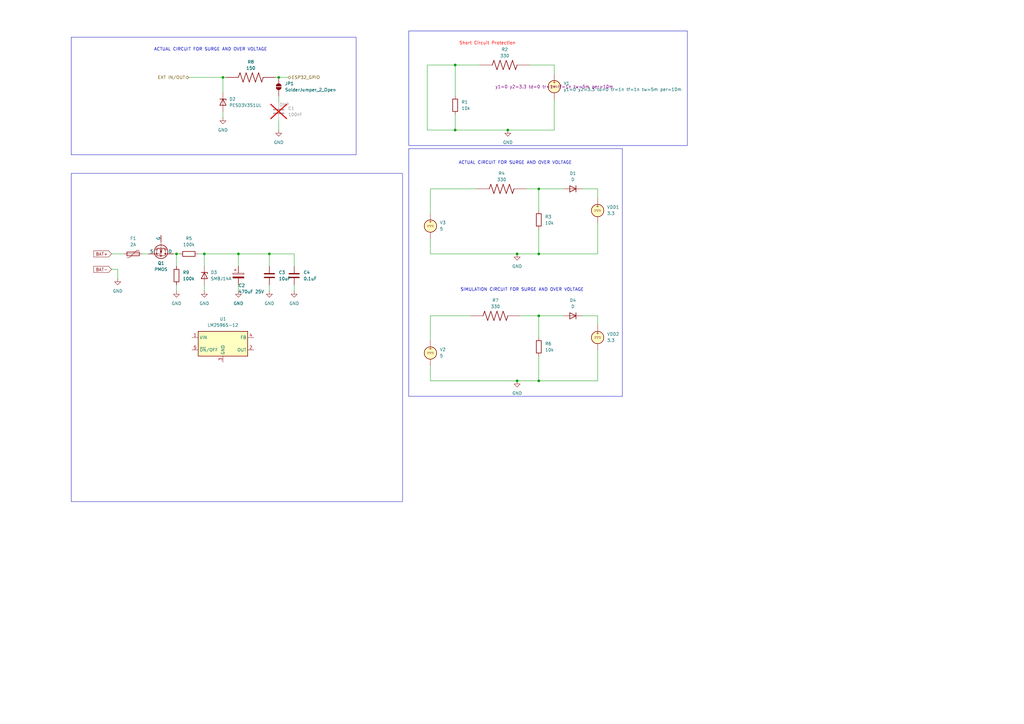
<source format=kicad_sch>
(kicad_sch (version 20250114) (generator "eeschema") (generator_version "9.0")
  (paper "A3")
  (lib_symbols
    (symbol "Device:C" (pin_numbers (hide yes)) (pin_names (offset 0.254))
      (property "Reference" "C" (at 0.635 2.54 0))
      (property "Value" "C" (at 0.635 -2.54 0))
      (symbol "C_0_1"
        (polyline (pts (xy -2.032 0.762) (xy 2.032 0.762)) (stroke (width 0.508)))
        (polyline (pts (xy -2.032 -0.762) (xy 2.032 -0.762)) (stroke (width 0.508)))
      )
      (symbol "C_1_1"
        (pin passive line (at 0 3.81 270) (length 2.794) (name "~") (number "1"))
        (pin passive line (at 0 -3.81 90) (length 2.794) (name "~") (number "2"))
      )
    )
    (symbol "Device:C_Polarized" (pin_numbers (hide yes)) (pin_names (offset 0.254))
      (property "Reference" "C" (at 0.635 2.54 0))
      (property "Value" "C_Polarized" (at 0.635 -2.54 0))
      (symbol "C_Polarized_0_1"
        (rectangle (start -2.286 0.508) (end 2.286 1.016))
        (polyline (pts (xy -1.778 2.286) (xy -0.762 2.286)))
        (polyline (pts (xy -1.27 2.794) (xy -1.27 1.778)))
        (rectangle (start 2.286 -0.508) (end -2.286 -1.016) (fill (type outline)))
      )
      (symbol "C_Polarized_1_1"
        (pin passive line (at 0 3.81 270) (length 2.794) (name "~") (number "1"))
        (pin passive line (at 0 -3.81 90) (length 2.794) (name "~") (number "2"))
      )
    )
    (symbol "Device:D" (pin_numbers (hide yes)) (pin_names (offset 1.016) (hide yes))
      (property "Reference" "D" (at 0 2.54 0))
      (property "Value" "D" (at 0 -2.54 0))
      (symbol "D_0_1"
        (polyline (pts (xy -1.27 1.27) (xy -1.27 -1.27)) (stroke (width 0.254)))
        (polyline (pts (xy 1.27 1.27) (xy 1.27 -1.27) (xy -1.27 0) (xy 1.27 1.27)) (stroke (width 0.254)))
        (polyline (pts (xy 1.27 0) (xy -1.27 0)))
      )
      (symbol "D_1_1"
        (pin passive line (at -3.81 0 0) (length 2.54) (name "K") (number "1"))
        (pin passive line (at 3.81 0 180) (length 2.54) (name "A") (number "2"))
      )
    )
    (symbol "Device:D_Zener" (pin_numbers (hide yes)) (pin_names (offset 1.016) (hide yes))
      (property "Reference" "D" (at 0 2.54 0))
      (property "Value" "D_Zener" (at 0 -2.54 0))
      (symbol "D_Zener_0_1"
        (polyline (pts (xy -1.27 -1.27) (xy -1.27 1.27) (xy -0.762 1.27)) (stroke (width 0.254)))
        (polyline (pts (xy 1.27 0) (xy -1.27 0)))
        (polyline (pts (xy 1.27 -1.27) (xy 1.27 1.27) (xy -1.27 0) (xy 1.27 -1.27)) (stroke (width 0.254)))
      )
      (symbol "D_Zener_1_1"
        (pin passive line (at -3.81 0 0) (length 2.54) (name "K") (number "1"))
        (pin passive line (at 3.81 0 180) (length 2.54) (name "A") (number "2"))
      )
    )
    (symbol "Device:Polyfuse" (pin_numbers (hide yes)) (pin_names (offset 0))
      (property "Reference" "F" (at -2.54 0 90))
      (property "Value" "Polyfuse" (at 2.54 0 90))
      (symbol "Polyfuse_0_1"
        (polyline (pts (xy -1.524 2.54) (xy -1.524 1.524) (xy 1.524 -1.524) (xy 1.524 -2.54)))
        (rectangle (start -0.762 2.54) (end 0.762 -2.54) (stroke (width 0.254)))
        (polyline (pts (xy 0 2.54) (xy 0 -2.54)))
      )
      (symbol "Polyfuse_1_1"
        (pin passive line (at 0 3.81 270) (length 1.27) (name "~") (number "1"))
        (pin passive line (at 0 -3.81 90) (length 1.27) (name "~") (number "2"))
      )
    )
    (symbol "Device:R" (pin_numbers (hide yes)) (pin_names (offset 0))
      (property "Reference" "R" (at 2.032 0 90))
      (property "Value" "R" (at 0 0 90))
      (symbol "R_0_1"
        (rectangle (start -1.016 -2.54) (end 1.016 2.54) (stroke (width 0.254)))
      )
      (symbol "R_1_1"
        (pin passive line (at 0 3.81 270) (length 1.27) (name "~") (number "1"))
        (pin passive line (at 0 -3.81 90) (length 1.27) (name "~") (number "2"))
      )
    )
    (symbol "Diode:PESD3V3S1UL" (pin_numbers (hide yes)) (pin_names (hide yes))
      (property "Reference" "D" (at 0 2.54 0))
      (property "Value" "PESD3V3S1UL" (at 0 -2.54 0))
      (symbol "PESD3V3S1UL_0_1"
        (polyline (pts (xy -1.27 -1.27) (xy -1.27 1.27) (xy -0.762 1.27)) (stroke (width 0.254)))
        (polyline (pts (xy 1.27 0) (xy -1.27 0)))
        (polyline (pts (xy 1.27 -1.27) (xy 1.27 1.27) (xy -1.27 0) (xy 1.27 -1.27)) (stroke (width 0.254)))
      )
      (symbol "PESD3V3S1UL_1_1"
        (pin passive line (at -3.81 0 0) (length 2.54) (name "K") (number "1"))
        (pin passive line (at 3.81 0 180) (length 2.54) (name "A") (number "2"))
      )
    )
    (symbol "Jumper:SolderJumper_2_Open" (pin_numbers (hide yes)) (pin_names (offset 0) (hide yes)) (in_bom no)
      (property "Reference" "JP" (at 0 2.032 0))
      (property "Value" "SolderJumper_2_Open" (at 0 -2.54 0))
      (symbol "SolderJumper_2_Open_0_1"
        (polyline (pts (xy -0.254 1.016) (xy -0.254 -1.016)))
        (arc (start -0.254 -1.016) (mid -1.2656 0) (end -0.254 1.016))
        (arc (start -0.254 -1.016) (mid -1.2656 0) (end -0.254 1.016) (fill (type outline)))
        (arc (start 0.254 1.016) (mid 1.2656 0) (end 0.254 -1.016))
        (arc (start 0.254 1.016) (mid 1.2656 0) (end 0.254 -1.016) (fill (type outline)))
        (polyline (pts (xy 0.254 1.016) (xy 0.254 -1.016)))
      )
      (symbol "SolderJumper_2_Open_1_1"
        (pin passive line (at -3.81 0 0) (length 2.54) (name "A") (number "1"))
        (pin passive line (at 3.81 0 180) (length 2.54) (name "B") (number "2"))
      )
    )
    (symbol "RC0805FR-07330RL:RC0805FR-07330RL" (pin_numbers (hide yes)) (pin_names (offset 1.016) (hide yes))
      (property "Reference" "R" (at -7.62 2.54 0))
      (property "Value" "RC0805FR-07330RL" (at -7.62 -5.08 0))
      (symbol "RC0805FR-07330RL_0_0"
        (polyline (pts (xy -5.08 0) (xy -4.445 1.905)) (stroke (width 0.254)))
        (polyline (pts (xy -4.445 1.905) (xy -3.175 -1.905)) (stroke (width 0.254)))
        (polyline (pts (xy -3.175 -1.905) (xy -1.905 1.905)) (stroke (width 0.254)))
        (polyline (pts (xy -1.905 1.905) (xy -0.635 -1.905)) (stroke (width 0.254)))
        (polyline (pts (xy -0.635 -1.905) (xy 0.635 1.905)) (stroke (width 0.254)))
        (polyline (pts (xy 0.635 1.905) (xy 1.905 -1.905)) (stroke (width 0.254)))
        (polyline (pts (xy 1.905 -1.905) (xy 3.175 1.905)) (stroke (width 0.254)))
        (polyline (pts (xy 3.175 1.905) (xy 4.445 -1.905)) (stroke (width 0.254)))
        (polyline (pts (xy 4.445 -1.905) (xy 5.08 0)) (stroke (width 0.254)))
        (pin passive line (at -10.16 0 0) (length 5.08) (name "~") (number "1"))
        (pin passive line (at 10.16 0 180) (length 5.08) (name "~") (number "2"))
      )
    )
    (symbol "Regulator_Switching:LM2596S-12"
      (property "Reference" "U" (at -10.16 6.35 0))
      (property "Value" "LM2596S-12" (at 0 6.35 0))
      (symbol "LM2596S-12_0_1"
        (rectangle (start -10.16 5.08) (end 10.16 -5.08) (stroke (width 0.254)) (fill (type background)))
      )
      (symbol "LM2596S-12_1_1"
        (pin power_in line (at -12.7 2.54 0) (length 2.54) (name "VIN") (number "1"))
        (pin input line (at -12.7 -2.54 0) (length 2.54) (name "~{ON}/OFF") (number "5"))
        (pin power_in line (at 0 -7.62 90) (length 2.54) (name "GND") (number "3"))
        (pin input line (at 12.7 2.54 180) (length 2.54) (name "FB") (number "4"))
        (pin output line (at 12.7 -2.54 180) (length 2.54) (name "OUT") (number "2"))
      )
    )
    (symbol "Simulation_SPICE:PMOS" (pin_numbers (hide yes)) (pin_names (offset 0))
      (property "Reference" "Q" (at 5.08 1.27 0))
      (property "Value" "PMOS" (at 5.08 -1.27 0))
      (symbol "PMOS_0_1"
        (polyline (pts (xy 0.254 1.905) (xy 0.254 -1.905)) (stroke (width 0.254)))
        (polyline (pts (xy 0.254 0) (xy -2.54 0)))
        (polyline (pts (xy 0.762 2.286) (xy 0.762 1.27)) (stroke (width 0.254)))
        (polyline (pts (xy 0.762 1.778) (xy 3.302 1.778) (xy 3.302 -1.778) (xy 0.762 -1.778)))
        (polyline (pts (xy 0.762 0.508) (xy 0.762 -0.508)) (stroke (width 0.254)))
        (polyline (pts (xy 0.762 -1.27) (xy 0.762 -2.286)) (stroke (width 0.254)))
        (circle (center 1.651 0) (radius 2.794) (stroke (width 0.254)))
        (polyline (pts (xy 2.286 0) (xy 1.27 0.381) (xy 1.27 -0.381) (xy 2.286 0)) (fill (type outline)))
        (polyline (pts (xy 2.54 2.54) (xy 2.54 1.778)))
        (circle (center 2.54 1.778) (radius 0.254) (fill (type outline)))
        (circle (center 2.54 -1.778) (radius 0.254) (fill (type outline)))
        (polyline (pts (xy 2.54 -2.54) (xy 2.54 0) (xy 0.762 0)))
        (polyline (pts (xy 2.794 -0.508) (xy 2.921 -0.381) (xy 3.683 -0.381) (xy 3.81 -0.254)))
        (polyline (pts (xy 3.302 -0.381) (xy 2.921 0.254) (xy 3.683 0.254) (xy 3.302 -0.381)))
      )
      (symbol "PMOS_1_1"
        (pin input line (at -5.08 0 0) (length 2.54) (name "G") (number "2"))
        (pin passive line (at 2.54 5.08 270) (length 2.54) (name "D") (number "1"))
        (pin passive line (at 2.54 -5.08 90) (length 2.54) (name "S") (number "3"))
      )
    )
    (symbol "Simulation_SPICE:VDC" (pin_numbers (hide yes)) (pin_names (offset 0.0254))
      (property "Reference" "V" (at 2.54 2.54 0))
      (property "Value" "1" (at 2.54 0 0))
      (symbol "VDC_0_0"
        (polyline (pts (xy -1.27 0.254) (xy 1.27 0.254)))
        (polyline (pts (xy -0.762 -0.254) (xy -1.27 -0.254)))
        (polyline (pts (xy 0.254 -0.254) (xy -0.254 -0.254)))
        (polyline (pts (xy 1.27 -0.254) (xy 0.762 -0.254)))
        (text "+" (at 0 1.905 0) (effects (font (size 1.27 1.27))))
      )
      (symbol "VDC_0_1"
        (circle (center 0 0) (radius 2.54) (stroke (width 0.254)) (fill (type background)))
      )
      (symbol "VDC_1_1"
        (pin passive line (at 0 5.08 270) (length 2.54) (name "~") (number "1"))
        (pin passive line (at 0 -5.08 90) (length 2.54) (name "~") (number "2"))
      )
    )
    (symbol "power:GND" (power) (pin_numbers (hide yes)) (pin_names (offset 0) (hide yes))
      (property "Value" "GND" (at 0 -3.81 0))
      (symbol "GND_0_1"
        (polyline (pts (xy 0 0) (xy 0 -1.27) (xy 1.27 -1.27) (xy 0 -2.54) (xy -1.27 -1.27) (xy 0 -1.27)))
      )
      (symbol "GND_1_1"
        (pin power_in line (at 0 0 270) (length 0) (name "~") (number "1"))
      )
    )
  )
  (rectangle (start 29.21 71.12) (end 165.1 205.74))
  (rectangle (start 167.64 12.7) (end 281.94 59.69))
  (rectangle (start 167.64 60.96) (end 255.27 162.56))
  (rectangle (start 29.21 15.24) (end 146.05 63.5))
  (text "ACTUAL CIRCUIT FOR SURGE AND OVER VOLTAGE" (at 86.36 20.32 0) (effects (font (size 1.27 1.27))))
  (text "Short Circuit Protection" (at 199.898 17.78 0) (effects (font (size 1.27 1.27))))
  (text "SIMULATION CIRCUIT FOR SURGE AND OVER VOLTAGE" (at 214.122 118.872 0) (effects (font (size 1.27 1.27))))
  (text "ACTUAL CIRCUIT FOR SURGE AND OVER VOLTAGE" (at 211.328 66.802 0) (effects (font (size 1.27 1.27))))
  (junction (at 220.98 129.54))
  (junction (at 72.39 104.14))
  (junction (at 212.09 156.21))
  (junction (at 208.28 53.34))
  (junction (at 110.49 104.14))
  (junction (at 186.69 26.67))
  (junction (at 91.44 31.75))
  (junction (at 83.82 104.14))
  (junction (at 186.69 53.34))
  (junction (at 220.98 156.21))
  (junction (at 220.98 77.47))
  (junction (at 97.79 104.14))
  (junction (at 220.98 104.14))
  (junction (at 114.3 31.75))
  (junction (at 212.09 104.14))
  (no_connect (at -63.5 20.32))
  (wire (pts (xy 97.79 109.22) (xy 97.79 104.14)))
  (wire (pts (xy 120.65 109.22) (xy 120.65 104.14)))
  (wire (pts (xy 97.79 116.84) (xy 97.79 119.38)))
  (wire (pts (xy 186.69 26.67) (xy 196.85 26.67)))
  (wire (pts (xy 220.98 156.21) (xy 245.11 156.21)))
  (wire (pts (xy 220.98 146.05) (xy 220.98 156.21)))
  (wire (pts (xy 176.53 104.14) (xy 212.09 104.14)))
  (wire (pts (xy 220.98 77.47) (xy 220.98 86.36)))
  (wire (pts (xy 227.33 40.64) (xy 227.33 53.34)))
  (wire (pts (xy 83.82 104.14) (xy 83.82 109.22)))
  (wire (pts (xy 71.12 104.14) (xy 72.39 104.14)))
  (wire (pts (xy 120.65 104.14) (xy 110.49 104.14)))
  (wire (pts (xy 83.82 116.84) (xy 83.82 119.38)))
  (wire (pts (xy 45.72 104.14) (xy 50.8 104.14)))
  (wire (pts (xy 72.39 104.14) (xy 72.39 109.22)))
  (wire (pts (xy 72.39 116.84) (xy 72.39 119.38)))
  (wire (pts (xy 91.44 31.75) (xy 92.71 31.75)))
  (wire (pts (xy 77.47 31.75) (xy 91.44 31.75)))
  (wire (pts (xy 238.76 77.47) (xy 245.11 77.47)))
  (wire (pts (xy 48.26 110.49) (xy 48.26 114.3)))
  (wire (pts (xy 81.28 104.14) (xy 83.82 104.14)))
  (wire (pts (xy 208.28 53.34) (xy 186.69 53.34)))
  (wire (pts (xy 58.42 104.14) (xy 60.96 104.14)))
  (wire (pts (xy 175.26 53.34) (xy 186.69 53.34)))
  (wire (pts (xy 227.33 26.67) (xy 227.33 30.48)))
  (wire (pts (xy 113.03 31.75) (xy 114.3 31.75)))
  (wire (pts (xy 245.11 91.44) (xy 245.11 104.14)))
  (wire (pts (xy 97.79 104.14) (xy 83.82 104.14)))
  (wire (pts (xy 220.98 93.98) (xy 220.98 104.14)))
  (wire (pts (xy 215.9 77.47) (xy 220.98 77.47)))
  (wire (pts (xy 220.98 138.43) (xy 220.98 129.54)))
  (wire (pts (xy 110.49 109.22) (xy 110.49 104.14)))
  (wire (pts (xy 220.98 104.14) (xy 245.11 104.14)))
  (wire (pts (xy 212.09 104.14) (xy 220.98 104.14)))
  (wire (pts (xy 175.26 26.67) (xy 186.69 26.67)))
  (wire (pts (xy 227.33 53.34) (xy 208.28 53.34)))
  (wire (pts (xy 176.53 139.7) (xy 176.53 129.54)))
  (wire (pts (xy 176.53 149.86) (xy 176.53 156.21)))
  (wire (pts (xy 110.49 104.14) (xy 97.79 104.14)))
  (wire (pts (xy 72.39 104.14) (xy 73.66 104.14)))
  (wire (pts (xy 176.53 77.47) (xy 195.58 77.47)))
  (wire (pts (xy 45.72 110.49) (xy 48.26 110.49)))
  (wire (pts (xy 220.98 77.47) (xy 231.14 77.47)))
  (wire (pts (xy 213.36 129.54) (xy 220.98 129.54)))
  (wire (pts (xy 212.09 156.21) (xy 220.98 156.21)))
  (wire (pts (xy 176.53 87.63) (xy 176.53 77.47)))
  (wire (pts (xy 245.11 129.54) (xy 245.11 133.35)))
  (wire (pts (xy 114.3 39.37) (xy 114.3 41.91)))
  (wire (pts (xy 175.26 26.67) (xy 175.26 53.34)))
  (wire (pts (xy 91.44 45.72) (xy 91.44 48.26)))
  (wire (pts (xy 217.17 26.67) (xy 227.33 26.67)))
  (wire (pts (xy 186.69 46.99) (xy 186.69 53.34)))
  (wire (pts (xy 110.49 116.84) (xy 110.49 119.38)))
  (wire (pts (xy 220.98 129.54) (xy 231.14 129.54)))
  (wire (pts (xy 245.11 77.47) (xy 245.11 81.28)))
  (wire (pts (xy 91.44 31.75) (xy 91.44 38.1)))
  (wire (pts (xy 176.53 129.54) (xy 193.04 129.54)))
  (wire (pts (xy 176.53 156.21) (xy 212.09 156.21)))
  (wire (pts (xy 238.76 129.54) (xy 245.11 129.54)))
  (wire (pts (xy 245.11 143.51) (xy 245.11 156.21)))
  (wire (pts (xy 114.3 31.75) (xy 118.11 31.75)))
  (wire (pts (xy 120.65 116.84) (xy 120.65 119.38)))
  (wire (pts (xy 176.53 97.79) (xy 176.53 104.14)))
  (wire (pts (xy 114.3 49.53) (xy 114.3 53.34)))
  (wire (pts (xy 186.69 39.37) (xy 186.69 26.67)))
  (global_label "BAT-" (shape input) (at 45.72 110.49 180) (property "Intersheetrefs" "${INTERSHEET_REFS}" (effects (hide yes))))
  (global_label "BAT+" (shape input) (at 45.72 104.14 180) (property "Intersheetrefs" "${INTERSHEET_REFS}" (effects (hide yes))))
  (hierarchical_label "EXT IN{slash}OUT" (shape bidirectional) (at 77.47 31.75 180))
  (hierarchical_label "ESP32_GPIO" (shape bidirectional) (at 118.11 31.75 0))
  (symbol (lib_id "RC0805FR-07330RL:RC0805FR-07330RL") (at 102.87 31.75 0) (unit 1)
    (property "Reference" "R8" (at 102.87 25.4 0))
    (property "Value" "150" (at 102.87 27.94 0))
    (property "Footprint" "RC0805FR-07330RL:RESC2012X60N" (effects (hide yes)))
  )
  (symbol (lib_id "Device:R") (at 77.47 104.14 90) (unit 1)
    (property "Reference" "R5" (at 77.47 97.79 90))
    (property "Value" "100k" (at 77.47 100.33 90))
    (property "Description" "Resistor" (effects (hide yes)))
  )
  (symbol (lib_id "Device:C") (at 110.49 113.03 0) (unit 1)
    (property "Reference" "C3" (at 114.3 111.7599 0) (effects (justify left)))
    (property "Value" "10uF" (at 114.3 114.2999 0) (effects (justify left)))
    (property "Description" "Unpolarized capacitor" (effects (hide yes)))
  )
  (symbol (lib_id "Simulation_SPICE:VDC") (at 245.11 86.36 0) (unit 1)
    (property "Reference" "VDD1" (at 248.92 84.9601 0) (effects (justify left)))
    (property "Value" "3.3" (at 248.92 87.5001 0) (effects (justify left)))
    (property "Datasheet" "https://ngspice.sourceforge.io/docs/ngspice-html-manual/manual.xhtml#sec_Independent_Sources_for" (effects (hide yes)))
    (property "Description" "Voltage source, DC" (effects (hide yes)))
    (property "Sim.Pins" "1=+ 2=-" (effects (hide yes)))
    (property "Sim.Type" "DC" (effects (hide yes)))
    (property "Sim.Device" "V" (effects (hide yes)))
  )
  (symbol (lib_id "power:GND") (at 72.39 119.38 0) (unit 1)
    (property "Reference" "#PWR07" (effects (hide yes)))
    (property "Value" "GND" (at 72.39 124.46 0))
    (property "Description" "Power symbol creates a global label with name \"GND\" , ground" (effects (hide yes)))
  )
  (symbol (lib_id "power:GND") (at 110.49 119.38 0) (unit 1)
    (property "Reference" "#PWR010" (effects (hide yes)))
    (property "Value" "GND" (at 110.49 124.46 0))
    (property "Description" "Power symbol creates a global label with name \"GND\" , ground" (effects (hide yes)))
  )
  (symbol (lib_id "Device:C_Polarized") (at 97.79 113.03 0) (unit 1)
    (property "Reference" "C2" (at 97.79 117.094 0) (effects (justify left)))
    (property "Value" "470uF 25V" (at 97.79 119.634 0) (effects (justify left)))
    (property "Description" "Polarized capacitor" (effects (hide yes)))
  )
  (symbol (lib_id "Device:R") (at 220.98 142.24 0) (unit 1)
    (property "Reference" "R6" (at 223.52 140.9699 0) (effects (justify left)))
    (property "Value" "10k" (at 223.52 143.5099 0) (effects (justify left)))
    (property "Description" "Resistor" (effects (hide yes)))
  )
  (symbol (lib_id "Device:C") (at 114.3 45.72 0) (unit 1) (dnp yes)
    (property "Reference" "C1" (at 118.11 44.4499 0) (effects (justify left)))
    (property "Value" "100nf" (at 118.11 46.9899 0) (effects (justify left)))
    (property "Footprint" "Capacitor_SMD:C_0805_2012Metric" (effects (hide yes)))
    (property "Description" "Unpolarized capacitor" (effects (hide yes)))
    (property "Assembly" "DNP" (at 116.586 42.926 0))
  )
  (symbol (lib_id "power:GND") (at 97.79 119.38 0) (unit 1)
    (property "Reference" "#PWR09" (effects (hide yes)))
    (property "Value" "GND" (at 97.79 124.46 0))
    (property "Description" "Power symbol creates a global label with name \"GND\" , ground" (effects (hide yes)))
  )
  (symbol (lib_id "Simulation_SPICE:PMOS") (at 66.04 101.6 270) (unit 1)
    (property "Reference" "Q1" (at 66.04 107.95 90))
    (property "Value" "PMOS" (at 66.04 110.49 90))
    (property "Datasheet" "https://ngspice.sourceforge.io/docs/ngspice-html-manual/manual.xhtml#cha_MOSFETs" (effects (hide yes)))
    (property "Description" "P-MOSFET transistor, drain/source/gate" (effects (hide yes)))
    (property "Sim.Device" "PMOS" (effects (hide yes)))
    (property "Sim.Type" "VDMOS" (effects (hide yes)))
    (property "Sim.Pins" "1=D 2=G 3=S" (effects (hide yes)))
  )
  (symbol (lib_id "Simulation_SPICE:VDC") (at 227.33 35.56 0) (unit 1)
    (property "Reference" "V1" (at 231.14 34.1601 0) (effects (justify left)))
    (property "Value" "${SIM.PARAMS}" (at 231.14 36.7001 0) (effects (justify left)))
    (property "Datasheet" "https://ngspice.sourceforge.io/docs/ngspice-html-manual/manual.xhtml#sec_Independent_Sources_for" (effects (hide yes)))
    (property "Description" "Voltage source, DC" (effects (hide yes)))
    (property "Sim.Pins" "1=+ 2=-" (effects (hide yes)))
    (property "Sim.Type" "PULSE" (effects (hide yes)))
    (property "Sim.Device" "V" (effects (hide yes)))
    (property "Sim.Params" "y1=0 y2=3.3 td=0 tr=1n tf=1n tw=5m per=10m" (at 227.33 35.56 0))
  )
  (symbol (lib_id "power:GND") (at 208.28 53.34 0) (unit 1)
    (property "Reference" "#PWR01" (effects (hide yes)))
    (property "Value" "GND" (at 208.28 58.42 0))
    (property "Description" "Power symbol creates a global label with name \"GND\" , ground" (effects (hide yes)))
  )
  (symbol (lib_id "power:GND") (at 212.09 156.21 0) (unit 1)
    (property "Reference" "#PWR03" (effects (hide yes)))
    (property "Value" "GND" (at 212.09 161.29 0))
    (property "Description" "Power symbol creates a global label with name \"GND\" , ground" (effects (hide yes)))
  )
  (symbol (lib_id "RC0805FR-07330RL:RC0805FR-07330RL") (at 205.74 77.47 0) (unit 1)
    (property "Reference" "R4" (at 205.74 71.12 0))
    (property "Value" "330" (at 205.74 73.66 0))
    (property "Footprint" "RC0805FR-07330RL:RESC2012X60N" (effects (hide yes)))
  )
  (symbol (lib_id "Diode:PESD3V3S1UL") (at 91.44 41.91 270) (unit 1)
    (property "Reference" "D2" (at 93.98 40.6399 90) (effects (justify left)))
    (property "Value" "PESD3V3S1UL" (at 93.98 43.1799 90) (effects (justify left)))
    (property "Footprint" "Package_TO_SOT_SMD:SOT-323_SC-70" (effects (hide yes)))
    (property "Datasheet" "https://assets.nexperia.com/documents/data-sheet/PESD3V3S1UL.pdf" (effects (hide yes)))
    (property "Description" "Unidirectional ESD protection diode, 3.3V, SOD-882" (effects (hide yes)))
  )
  (symbol (lib_id "RC0805FR-07330RL:RC0805FR-07330RL") (at 207.01 26.67 0) (unit 1)
    (property "Reference" "R2" (at 207.01 20.32 0))
    (property "Value" "330" (at 207.01 22.86 0))
    (property "Footprint" "RC0805FR-07330RL:RESC2012X60N" (effects (hide yes)))
  )
  (symbol (lib_id "Device:C") (at 120.65 113.03 0) (unit 1)
    (property "Reference" "C4" (at 124.46 111.7599 0) (effects (justify left)))
    (property "Value" "0.1uF" (at 124.46 114.2999 0) (effects (justify left)))
    (property "Description" "Unpolarized capacitor" (effects (hide yes)))
  )
  (symbol (lib_id "power:GND") (at 114.3 53.34 0) (unit 1)
    (property "Reference" "#PWR06" (effects (hide yes)))
    (property "Value" "GND" (at 114.3 58.42 0))
    (property "Description" "Power symbol creates a global label with name \"GND\" , ground" (effects (hide yes)))
  )
  (symbol (lib_id "Device:R") (at 220.98 90.17 0) (unit 1)
    (property "Reference" "R3" (at 223.52 88.8999 0) (effects (justify left)))
    (property "Value" "10k" (at 223.52 91.4399 0) (effects (justify left)))
    (property "Description" "Resistor" (effects (hide yes)))
  )
  (symbol (lib_id "Device:D") (at 234.95 77.47 180) (unit 1)
    (property "Reference" "D1" (at 234.95 71.12 0))
    (property "Value" "D" (at 234.95 73.66 0))
    (property "Description" "Diode" (effects (hide yes)))
    (property "Sim.Device" "D" (effects (hide yes)))
    (property "Sim.Pins" "1=K 2=A" (effects (hide yes)))
  )
  (symbol (lib_id "Simulation_SPICE:VDC") (at 245.11 138.43 0) (unit 1)
    (property "Reference" "VDD2" (at 248.92 137.0301 0) (effects (justify left)))
    (property "Value" "3.3" (at 248.92 139.5701 0) (effects (justify left)))
    (property "Datasheet" "https://ngspice.sourceforge.io/docs/ngspice-html-manual/manual.xhtml#sec_Independent_Sources_for" (effects (hide yes)))
    (property "Description" "Voltage source, DC" (effects (hide yes)))
    (property "Sim.Pins" "1=+ 2=-" (effects (hide yes)))
    (property "Sim.Type" "DC" (effects (hide yes)))
    (property "Sim.Device" "V" (effects (hide yes)))
  )
  (symbol (lib_id "Device:R") (at 72.39 113.03 0) (unit 1)
    (property "Reference" "R9" (at 74.93 111.7599 0) (effects (justify left)))
    (property "Value" "100k" (at 74.93 114.2999 0) (effects (justify left)))
    (property "Description" "Resistor" (effects (hide yes)))
  )
  (symbol (lib_id "power:GND") (at 48.26 114.3 0) (unit 1)
    (property "Reference" "#PWR05" (effects (hide yes)))
    (property "Value" "GND" (at 48.26 119.38 0))
    (property "Description" "Power symbol creates a global label with name \"GND\" , ground" (effects (hide yes)))
  )
  (symbol (lib_id "Regulator_Switching:LM2596S-12") (at 91.44 140.97 0) (unit 1)
    (property "Reference" "U1" (at 91.44 130.81 0))
    (property "Value" "LM2596S-12" (at 91.44 133.35 0))
    (property "Footprint" "Package_TO_SOT_SMD:TO-263-5_TabPin3" (effects (hide yes)))
    (property "Datasheet" "http://www.ti.com/lit/ds/symlink/lm2596.pdf" (effects (hide yes)))
    (property "Description" "12V 3A Step-Down Voltage Regulator, TO-263" (effects (hide yes)))
  )
  (symbol (lib_id "Simulation_SPICE:VDC") (at 176.53 144.78 0) (unit 1)
    (property "Reference" "V2" (at 180.34 143.3801 0) (effects (justify left)))
    (property "Value" "5" (at 180.34 145.9201 0) (effects (justify left)))
    (property "Datasheet" "https://ngspice.sourceforge.io/docs/ngspice-html-manual/manual.xhtml#sec_Independent_Sources_for" (effects (hide yes)))
    (property "Description" "Voltage source, DC" (effects (hide yes)))
    (property "Sim.Pins" "1=+ 2=-" (effects (hide yes)))
    (property "Sim.Type" "DC" (effects (hide yes)))
    (property "Sim.Device" "V" (effects (hide yes)))
  )
  (symbol (lib_id "Device:D") (at 234.95 129.54 180) (unit 1)
    (property "Reference" "D4" (at 234.95 123.19 0))
    (property "Value" "D" (at 234.95 125.73 0))
    (property "Description" "Diode" (effects (hide yes)))
    (property "Sim.Device" "D" (effects (hide yes)))
    (property "Sim.Pins" "1=K 2=A" (effects (hide yes)))
  )
  (symbol (lib_id "power:GND") (at 212.09 104.14 0) (unit 1)
    (property "Reference" "#PWR02" (effects (hide yes)))
    (property "Value" "GND" (at 212.09 109.22 0))
    (property "Description" "Power symbol creates a global label with name \"GND\" , ground" (effects (hide yes)))
  )
  (symbol (lib_id "power:GND") (at 83.82 119.38 0) (unit 1)
    (property "Reference" "#PWR08" (effects (hide yes)))
    (property "Value" "GND" (at 83.82 124.46 0))
    (property "Description" "Power symbol creates a global label with name \"GND\" , ground" (effects (hide yes)))
  )
  (symbol (lib_id "Jumper:SolderJumper_2_Open") (at 114.3 35.56 90) (unit 1) (in_bom no)
    (property "Reference" "JP1" (at 116.84 34.2899 90) (effects (justify right)))
    (property "Value" "SolderJumper_2_Open" (at 116.84 36.8299 90) (effects (justify right)))
    (property "Description" "Solder Jumper, 2-pole, open" (effects (hide yes)))
  )
  (symbol (lib_id "RC0805FR-07330RL:RC0805FR-07330RL") (at 203.2 129.54 0) (unit 1)
    (property "Reference" "R7" (at 203.2 123.19 0))
    (property "Value" "330" (at 203.2 125.73 0))
    (property "Footprint" "RC0805FR-07330RL:RESC2012X60N" (effects (hide yes)))
  )
  (symbol (lib_id "power:GND") (at 120.65 119.38 0) (unit 1)
    (property "Reference" "#PWR011" (effects (hide yes)))
    (property "Value" "GND" (at 120.65 124.46 0))
    (property "Description" "Power symbol creates a global label with name \"GND\" , ground" (effects (hide yes)))
  )
  (symbol (lib_id "Device:Polyfuse") (at 54.61 104.14 90) (unit 1)
    (property "Reference" "F1" (at 54.61 97.79 90))
    (property "Value" "2A" (at 54.61 100.33 90))
    (property "Description" "Resettable fuse, polymeric positive temperature coefficient" (effects (hide yes)))
  )
  (symbol (lib_id "Device:D_Zener") (at 83.82 113.03 270) (unit 1)
    (property "Reference" "D3" (at 86.36 111.7599 90) (effects (justify left)))
    (property "Value" "SMBJ14A" (at 86.36 114.2999 90) (effects (justify left)))
    (property "Description" "Zener diode" (effects (hide yes)))
  )
  (symbol (lib_id "Simulation_SPICE:VDC") (at 176.53 92.71 0) (unit 1)
    (property "Reference" "V3" (at 180.34 91.3101 0) (effects (justify left)))
    (property "Value" "5" (at 180.34 93.8501 0) (effects (justify left)))
    (property "Datasheet" "https://ngspice.sourceforge.io/docs/ngspice-html-manual/manual.xhtml#sec_Independent_Sources_for" (effects (hide yes)))
    (property "Description" "Voltage source, DC" (effects (hide yes)))
    (property "Sim.Pins" "1=+ 2=-" (effects (hide yes)))
    (property "Sim.Type" "DC" (effects (hide yes)))
    (property "Sim.Device" "V" (effects (hide yes)))
  )
  (symbol (lib_id "Device:R") (at 186.69 43.18 0) (unit 1)
    (property "Reference" "R1" (at 189.23 41.9099 0) (effects (justify left)))
    (property "Value" "10k" (at 189.23 44.4499 0) (effects (justify left)))
    (property "Description" "Resistor" (effects (hide yes)))
  )
  (symbol (lib_id "power:GND") (at 91.44 48.26 0) (unit 1)
    (property "Reference" "#PWR04" (effects (hide yes)))
    (property "Value" "GND" (at 91.44 53.34 0))
    (property "Description" "Power symbol creates a global label with name \"GND\" , ground" (effects (hide yes)))
  )
)
</source>
